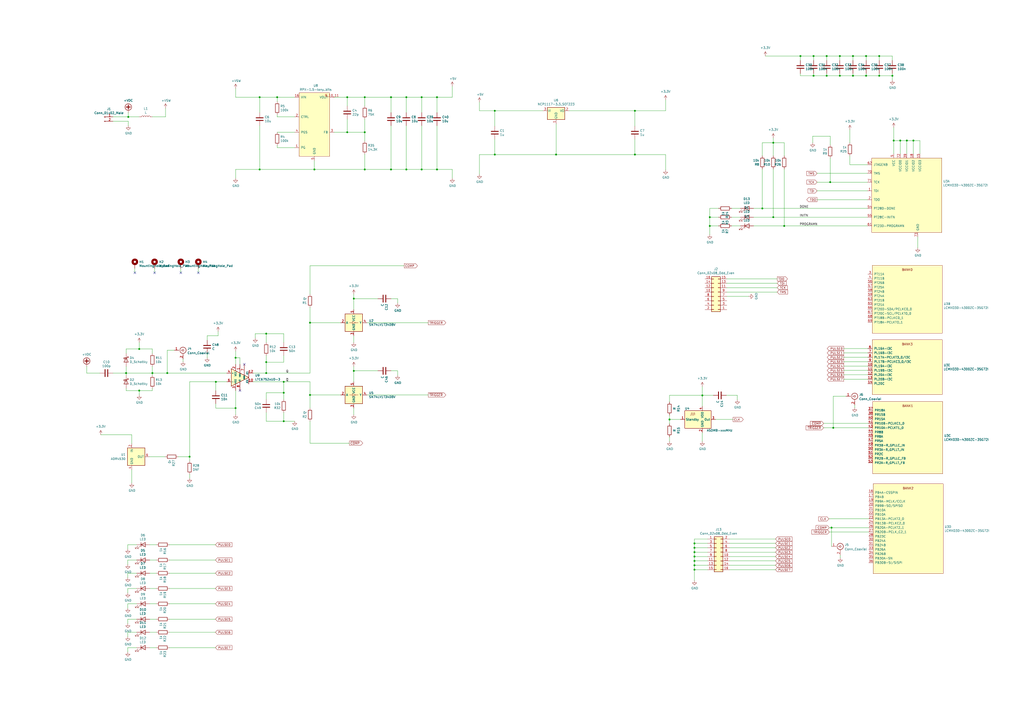
<source format=kicad_sch>
(kicad_sch (version 20211123) (generator eeschema)
  (paper "A2")
  (title_block (title "UFOControlDeck") (rev "V0.0.1") (company "University of Sussex"))
  (junction (at 160.782 56.388))
  (junction (at 483.362 248.158))
  (junction (at 182.372 98.298))
  (junction (at 522.224 81.534))
  (junction (at 368.3 64.262))
  (junction (at 154.432 210.058))
  (junction (at 494.792 32.512))
  (junction (at 464.312 32.512))
  (junction (at 402.844 322.834))
  (junction (at 80.772 226.568))
  (junction (at 482.346 306.07))
  (junction (at 411.734 125.984))
  (junction (at 164.592 244.348))
  (junction (at 164.592 227.838))
  (junction (at 226.822 56.388))
  (junction (at 80.772 202.438))
  (junction (at 253.492 98.298))
  (junction (at 402.844 330.454))
  (junction (at 471.932 43.942))
  (junction (at 136.652 236.728))
  (junction (at 201.422 76.708))
  (junction (at 487.172 32.512))
  (junction (at 481.584 105.664))
  (junction (at 502.412 43.942))
  (junction (at 454.914 131.064))
  (junction (at 479.552 43.942))
  (junction (at 74.422 67.818))
  (junction (at 402.844 325.374))
  (junction (at 244.602 98.298))
  (junction (at 150.622 98.298))
  (junction (at 287.02 64.262))
  (junction (at 517.652 43.942))
  (junction (at 201.422 56.388))
  (junction (at 154.432 193.548))
  (junction (at 402.844 327.914))
  (junction (at 529.844 81.534))
  (junction (at 402.844 315.214))
  (junction (at 136.652 207.518))
  (junction (at 487.172 43.942))
  (junction (at 479.552 32.512))
  (junction (at 253.492 56.388))
  (junction (at 471.932 32.512))
  (junction (at 109.982 264.922))
  (junction (at 411.734 131.064))
  (junction (at 442.214 120.904))
  (junction (at 205.232 215.138))
  (junction (at 125.222 221.488))
  (junction (at 179.832 229.108))
  (junction (at 244.602 56.388))
  (junction (at 368.3 89.662))
  (junction (at 510.032 43.942))
  (junction (at 97.028 216.408))
  (junction (at 73.152 216.408))
  (junction (at 235.712 98.298))
  (junction (at 154.432 216.408))
  (junction (at 179.832 187.198))
  (junction (at 402.844 320.294))
  (junction (at 518.414 81.534))
  (junction (at 150.622 56.388))
  (junction (at 211.582 76.708))
  (junction (at 88.392 216.408))
  (junction (at 211.582 98.298))
  (junction (at 388.366 243.332))
  (junction (at 235.712 56.388))
  (junction (at 494.792 43.942))
  (junction (at 510.032 32.512))
  (junction (at 287.02 89.662))
  (junction (at 322.58 89.662))
  (junction (at 226.822 98.298))
  (junction (at 526.034 81.534))
  (junction (at 448.564 125.984))
  (junction (at 402.844 317.754))
  (junction (at 502.412 32.512))
  (junction (at 205.232 173.228))
  (junction (at 211.582 56.388))
  (junction (at 407.416 229.362))
  (junction (at 164.592 221.488))
  (junction (at 448.564 82.804))
  (no_connect (at 78.232 158.242))
  (no_connect (at 139.192 226.568))
  (no_connect (at 141.732 211.328))
  (no_connect (at 104.902 158.242))
  (no_connect (at 89.662 158.242))
  (no_connect (at 115.062 158.242))
  (wire (pts (xy 88.392 217.678) (xy 88.392 216.408)))
  (wire (pts (xy 98.298 366.776) (xy 124.968 366.776)))
  (wire (pts (xy 517.652 43.942) (xy 517.652 46.482)))
  (wire (pts (xy 448.564 98.044) (xy 448.564 125.984)))
  (wire (pts (xy 211.582 56.388) (xy 226.822 56.388)))
  (wire (pts (xy 262.382 56.388) (xy 262.382 50.038)))
  (wire (pts (xy 74.422 67.818) (xy 74.422 65.278)))
  (wire (pts (xy 179.832 221.488) (xy 164.592 221.488)))
  (wire (pts (xy 154.432 193.548) (xy 164.592 193.548)))
  (wire (pts (xy 109.982 275.082) (xy 109.982 277.368)))
  (wire (pts (xy 526.034 89.154) (xy 526.034 81.534)))
  (wire (pts (xy 479.552 42.672) (xy 479.552 43.942)))
  (wire (pts (xy 464.312 42.672) (xy 464.312 43.942)))
  (wire (pts (xy 450.85 164.338) (xy 421.64 164.338)))
  (wire (pts (xy 154.432 193.548) (xy 148.082 193.548)))
  (wire (pts (xy 471.932 43.942) (xy 479.552 43.942)))
  (wire (pts (xy 473.964 105.664) (xy 481.584 105.664)))
  (wire (pts (xy 212.852 187.198) (xy 248.412 187.198)))
  (wire (pts (xy 139.192 211.328) (xy 139.192 207.518)))
  (wire (pts (xy 287.02 80.772) (xy 287.02 89.662)))
  (wire (pts (xy 73.152 216.408) (xy 73.152 212.598)))
  (wire (pts (xy 502.412 32.512) (xy 502.412 35.052)))
  (wire (pts (xy 437.134 125.984) (xy 448.564 125.984)))
  (wire (pts (xy 73.152 226.568) (xy 80.772 226.568)))
  (wire (pts (xy 473.964 100.584) (xy 503.174 100.584)))
  (wire (pts (xy 244.602 98.298) (xy 253.492 98.298)))
  (wire (pts (xy 96.012 62.738) (xy 96.012 67.818)))
  (wire (pts (xy 368.3 73.152) (xy 368.3 64.262)))
  (wire (pts (xy 136.652 203.708) (xy 136.652 207.518)))
  (wire (pts (xy 79.248 332.486) (xy 74.168 332.486)))
  (wire (pts (xy 244.602 72.898) (xy 244.602 98.298)))
  (wire (pts (xy 80.772 67.818) (xy 74.422 67.818)))
  (wire (pts (xy 278.13 89.662) (xy 278.13 101.092)))
  (wire (pts (xy 510.032 43.942) (xy 517.652 43.942)))
  (wire (pts (xy 57.912 216.408) (xy 50.292 216.408)))
  (wire (pts (xy 416.814 120.904) (xy 411.734 120.904)))
  (wire (pts (xy 88.392 226.568) (xy 88.392 225.298)))
  (wire (pts (xy 154.432 216.408) (xy 154.432 210.058)))
  (wire (pts (xy 429.514 120.904) (xy 424.434 120.904)))
  (wire (pts (xy 74.168 324.866) (xy 74.168 327.406)))
  (wire (pts (xy 388.366 253.492) (xy 388.366 256.032)))
  (wire (pts (xy 79.248 375.666) (xy 74.168 375.666)))
  (wire (pts (xy 182.372 93.218) (xy 182.372 98.298)))
  (wire (pts (xy 106.172 208.28) (xy 106.172 209.804)))
  (wire (pts (xy 442.214 82.804) (xy 448.564 82.804)))
  (wire (pts (xy 88.392 216.408) (xy 73.152 216.408)))
  (wire (pts (xy 503.428 204.724) (xy 489.458 204.724)))
  (wire (pts (xy 150.622 56.388) (xy 150.622 65.278)))
  (wire (pts (xy 154.432 210.058) (xy 164.592 210.058)))
  (wire (pts (xy 503.174 95.504) (xy 493.014 95.504)))
  (wire (pts (xy 278.13 89.662) (xy 287.02 89.662)))
  (wire (pts (xy 442.214 90.424) (xy 442.214 82.804)))
  (wire (pts (xy 80.772 226.568) (xy 88.392 226.568)))
  (wire (pts (xy 97.028 216.408) (xy 131.572 216.408)))
  (wire (pts (xy 510.032 32.512) (xy 517.652 32.512)))
  (wire (pts (xy 205.232 173.228) (xy 205.232 179.578)))
  (wire (pts (xy 423.164 315.214) (xy 449.834 315.214)))
  (wire (pts (xy 136.652 51.308) (xy 136.652 56.388)))
  (wire (pts (xy 454.914 131.064) (xy 503.174 131.064)))
  (wire (pts (xy 407.416 229.362) (xy 407.416 224.282)))
  (wire (pts (xy 253.492 72.898) (xy 253.492 98.298)))
  (wire (pts (xy 74.168 315.976) (xy 74.168 318.516)))
  (wire (pts (xy 473.964 115.824) (xy 503.174 115.824)))
  (wire (pts (xy 522.224 81.534) (xy 518.414 81.534)))
  (wire (pts (xy 518.414 81.534) (xy 518.414 89.154)))
  (wire (pts (xy 88.392 216.408) (xy 97.028 216.408)))
  (wire (pts (xy 80.772 198.628) (xy 80.772 202.438)))
  (wire (pts (xy 394.716 243.332) (xy 388.366 243.332)))
  (wire (pts (xy 201.422 76.708) (xy 211.582 76.708)))
  (wire (pts (xy 493.014 95.504) (xy 493.014 90.424)))
  (wire (pts (xy 78.232 155.702) (xy 78.232 158.242)))
  (wire (pts (xy 495.808 234.95) (xy 495.808 236.474)))
  (wire (pts (xy 533.654 89.154) (xy 533.654 81.534)))
  (wire (pts (xy 164.592 244.348) (xy 154.432 244.348)))
  (wire (pts (xy 494.792 42.672) (xy 494.792 43.942)))
  (wire (pts (xy 402.844 327.914) (xy 402.844 330.454)))
  (wire (pts (xy 386.08 98.552) (xy 386.08 89.662)))
  (wire (pts (xy 388.366 245.872) (xy 388.366 243.332)))
  (wire (pts (xy 471.424 78.994) (xy 471.424 82.804)))
  (wire (pts (xy 98.298 315.976) (xy 124.968 315.976)))
  (wire (pts (xy 79.248 350.266) (xy 74.168 350.266)))
  (wire (pts (xy 205.232 215.138) (xy 219.202 215.138)))
  (wire (pts (xy 442.214 98.044) (xy 442.214 120.904)))
  (wire (pts (xy 125.222 236.728) (xy 136.652 236.728)))
  (wire (pts (xy 503.428 212.344) (xy 489.458 212.344)))
  (wire (pts (xy 454.914 98.044) (xy 454.914 131.064)))
  (wire (pts (xy 479.552 32.512) (xy 487.172 32.512)))
  (wire (pts (xy 164.592 193.548) (xy 164.592 198.628)))
  (wire (pts (xy 89.662 155.702) (xy 89.662 158.242)))
  (wire (pts (xy 74.168 375.666) (xy 74.168 378.206)))
  (wire (pts (xy 487.172 43.942) (xy 494.792 43.942)))
  (wire (pts (xy 126.492 192.278) (xy 126.492 194.818)))
  (wire (pts (xy 103.378 264.922) (xy 109.982 264.922)))
  (wire (pts (xy 211.582 76.708) (xy 211.582 81.788)))
  (wire (pts (xy 65.532 70.358) (xy 74.422 70.358)))
  (wire (pts (xy 193.802 76.708) (xy 201.422 76.708)))
  (wire (pts (xy 388.366 243.332) (xy 388.366 240.792)))
  (wire (pts (xy 120.142 207.518) (xy 120.142 204.978)))
  (wire (pts (xy 201.422 61.468) (xy 201.422 56.388)))
  (wire (pts (xy 139.192 207.518) (xy 136.652 207.518)))
  (wire (pts (xy 226.822 173.228) (xy 230.632 173.228)))
  (wire (pts (xy 427.736 229.362) (xy 427.736 231.902)))
  (wire (pts (xy 411.734 120.904) (xy 411.734 125.984)))
  (wire (pts (xy 76.454 272.542) (xy 76.454 280.162)))
  (wire (pts (xy 503.428 207.264) (xy 489.458 207.264)))
  (wire (pts (xy 322.58 89.662) (xy 368.3 89.662)))
  (wire (pts (xy 423.164 330.454) (xy 449.834 330.454)))
  (wire (pts (xy 502.412 32.512) (xy 510.032 32.512)))
  (wire (pts (xy 386.08 64.262) (xy 386.08 57.912)))
  (wire (pts (xy 109.982 264.922) (xy 109.982 267.462)))
  (wire (pts (xy 518.414 73.914) (xy 518.414 81.534)))
  (wire (pts (xy 90.678 350.266) (xy 86.868 350.266)))
  (wire (pts (xy 150.622 72.898) (xy 150.622 98.298)))
  (wire (pts (xy 179.832 187.198) (xy 197.612 187.198)))
  (wire (pts (xy 205.232 198.628) (xy 205.232 194.818)))
  (wire (pts (xy 423.164 322.834) (xy 449.834 322.834)))
  (wire (pts (xy 179.832 187.198) (xy 179.832 178.308)))
  (wire (pts (xy 402.844 312.674) (xy 402.844 315.214)))
  (wire (pts (xy 235.712 72.898) (xy 235.712 98.298)))
  (wire (pts (xy 454.914 90.424) (xy 454.914 82.804)))
  (wire (pts (xy 211.582 56.388) (xy 211.582 61.468)))
  (wire (pts (xy 74.168 332.486) (xy 74.168 335.026)))
  (wire (pts (xy 120.142 194.818) (xy 126.492 194.818)))
  (wire (pts (xy 98.298 324.866) (xy 124.968 324.866)))
  (wire (pts (xy 205.232 212.598) (xy 205.232 215.138)))
  (wire (pts (xy 526.034 81.534) (xy 522.224 81.534)))
  (wire (pts (xy 481.584 84.074) (xy 481.584 78.994)))
  (wire (pts (xy 79.248 315.976) (xy 74.168 315.976)))
  (wire (pts (xy 226.822 56.388) (xy 235.712 56.388)))
  (wire (pts (xy 230.632 215.138) (xy 230.632 217.678)))
  (wire (pts (xy 481.584 105.664) (xy 503.174 105.664)))
  (wire (pts (xy 235.712 65.278) (xy 235.712 56.388)))
  (wire (pts (xy 160.782 56.388) (xy 170.942 56.388)))
  (wire (pts (xy 88.392 202.438) (xy 88.392 204.978)))
  (wire (pts (xy 481.076 306.07) (xy 482.346 306.07)))
  (wire (pts (xy 413.766 229.362) (xy 407.416 229.362)))
  (wire (pts (xy 481.076 308.61) (xy 503.936 308.61)))
  (wire (pts (xy 154.432 244.348) (xy 154.432 239.268)))
  (wire (pts (xy 226.822 65.278) (xy 226.822 56.388)))
  (wire (pts (xy 522.224 89.154) (xy 522.224 81.534)))
  (wire (pts (xy 193.802 56.388) (xy 201.422 56.388)))
  (wire (pts (xy 423.164 317.754) (xy 449.834 317.754)))
  (wire (pts (xy 388.366 233.172) (xy 388.366 229.362)))
  (wire (pts (xy 136.652 226.568) (xy 136.652 236.728)))
  (wire (pts (xy 179.832 187.198) (xy 179.832 216.408)))
  (wire (pts (xy 402.844 330.454) (xy 402.844 336.804)))
  (wire (pts (xy 529.844 89.154) (xy 529.844 81.534)))
  (wire (pts (xy 421.386 229.362) (xy 427.736 229.362)))
  (wire (pts (xy 415.036 243.332) (xy 425.196 243.332)))
  (wire (pts (xy 226.822 98.298) (xy 235.712 98.298)))
  (wire (pts (xy 262.382 103.378) (xy 262.382 98.298)))
  (wire (pts (xy 182.372 98.298) (xy 150.622 98.298)))
  (wire (pts (xy 278.13 59.182) (xy 278.13 64.262)))
  (wire (pts (xy 473.964 110.744) (xy 503.174 110.744)))
  (wire (pts (xy 170.942 67.818) (xy 160.782 67.818)))
  (wire (pts (xy 416.814 125.984) (xy 411.734 125.984)))
  (wire (pts (xy 160.782 58.928) (xy 160.782 56.388)))
  (wire (pts (xy 97.028 203.2) (xy 97.028 216.408)))
  (wire (pts (xy 410.464 315.214) (xy 402.844 315.214)))
  (wire (pts (xy 88.392 67.818) (xy 96.012 67.818)))
  (wire (pts (xy 410.464 320.294) (xy 402.844 320.294)))
  (wire (pts (xy 330.2 64.262) (xy 368.3 64.262)))
  (wire (pts (xy 154.432 231.648) (xy 154.432 227.838)))
  (wire (pts (xy 160.782 67.818) (xy 160.782 66.548)))
  (wire (pts (xy 235.712 98.298) (xy 244.602 98.298)))
  (wire (pts (xy 429.514 125.984) (xy 424.434 125.984)))
  (wire (pts (xy 115.062 155.702) (xy 115.062 158.242)))
  (wire (pts (xy 402.844 315.214) (xy 402.844 317.754)))
  (wire (pts (xy 74.168 350.266) (xy 74.168 352.806)))
  (wire (pts (xy 477.774 245.618) (xy 503.682 245.618)))
  (wire (pts (xy 437.134 131.064) (xy 454.914 131.064)))
  (wire (pts (xy 532.384 137.414) (xy 532.384 143.764)))
  (wire (pts (xy 368.3 64.262) (xy 386.08 64.262)))
  (wire (pts (xy 487.172 32.512) (xy 494.792 32.512)))
  (wire (pts (xy 423.164 327.914) (xy 449.834 327.914)))
  (wire (pts (xy 253.492 65.278) (xy 253.492 56.388)))
  (wire (pts (xy 125.222 226.568) (xy 125.222 221.488)))
  (wire (pts (xy 410.464 325.374) (xy 402.844 325.374)))
  (wire (pts (xy 287.02 64.262) (xy 314.96 64.262)))
  (wire (pts (xy 482.346 306.07) (xy 503.936 306.07)))
  (wire (pts (xy 201.422 69.088) (xy 201.422 76.708)))
  (wire (pts (xy 411.734 131.064) (xy 411.734 136.144)))
  (wire (pts (xy 154.432 210.058) (xy 154.432 206.248)))
  (wire (pts (xy 90.678 375.666) (xy 86.868 375.666)))
  (wire (pts (xy 493.014 82.804) (xy 493.014 75.184)))
  (wire (pts (xy 80.772 202.438) (xy 88.392 202.438)))
  (wire (pts (xy 98.298 341.376) (xy 124.968 341.376)))
  (wire (pts (xy 164.592 227.838) (xy 164.592 231.648)))
  (wire (pts (xy 164.592 221.488) (xy 146.812 221.488)))
  (wire (pts (xy 480.822 300.99) (xy 503.936 300.99)))
  (wire (pts (xy 368.3 80.772) (xy 368.3 89.662)))
  (wire (pts (xy 533.654 81.534) (xy 529.844 81.534)))
  (wire (pts (xy 154.432 198.628) (xy 154.432 193.548)))
  (wire (pts (xy 86.614 264.922) (xy 95.758 264.922)))
  (wire (pts (xy 423.164 320.294) (xy 449.834 320.294)))
  (wire (pts (xy 109.982 221.488) (xy 109.982 264.922)))
  (wire (pts (xy 90.678 359.156) (xy 86.868 359.156)))
  (wire (pts (xy 503.428 202.184) (xy 489.458 202.184)))
  (wire (pts (xy 197.612 229.108) (xy 179.832 229.108)))
  (wire (pts (xy 410.464 330.454) (xy 402.844 330.454)))
  (wire (pts (xy 448.564 82.804) (xy 448.564 90.424)))
  (wire (pts (xy 179.832 244.348) (xy 179.832 257.048)))
  (wire (pts (xy 179.832 216.408) (xy 154.432 216.408)))
  (wire (pts (xy 494.792 43.942) (xy 502.412 43.942)))
  (wire (pts (xy 489.458 217.424) (xy 503.428 217.424)))
  (wire (pts (xy 120.142 194.818) (xy 120.142 197.358)))
  (wire (pts (xy 164.592 239.268) (xy 164.592 244.348)))
  (wire (pts (xy 179.832 170.688) (xy 179.832 154.178)))
  (wire (pts (xy 494.792 32.512) (xy 502.412 32.512)))
  (wire (pts (xy 402.844 322.834) (xy 402.844 325.374)))
  (wire (pts (xy 448.564 125.984) (xy 503.174 125.984)))
  (wire (pts (xy 179.832 236.728) (xy 179.832 229.108)))
  (wire (pts (xy 464.312 43.942) (xy 471.932 43.942)))
  (wire (pts (xy 205.232 170.688) (xy 205.232 173.228)))
  (wire (pts (xy 503.428 214.884) (xy 489.458 214.884)))
  (wire (pts (xy 464.312 35.052) (xy 464.312 32.512)))
  (wire (pts (xy 182.372 98.298) (xy 211.582 98.298)))
  (wire (pts (xy 262.382 56.388) (xy 253.492 56.388)))
  (wire (pts (xy 437.134 120.904) (xy 442.214 120.904)))
  (wire (pts (xy 402.844 325.374) (xy 402.844 327.914)))
  (wire (pts (xy 50.292 216.408) (xy 50.292 212.598)))
  (wire (pts (xy 160.782 85.598) (xy 170.942 85.598)))
  (wire (pts (xy 416.814 131.064) (xy 411.734 131.064)))
  (wire (pts (xy 388.366 229.362) (xy 407.416 229.362)))
  (wire (pts (xy 80.772 226.568) (xy 80.772 229.108)))
  (wire (pts (xy 529.844 81.534) (xy 526.034 81.534)))
  (wire (pts (xy 73.152 204.978) (xy 73.152 202.438)))
  (wire (pts (xy 410.464 312.674) (xy 402.844 312.674)))
  (wire (pts (xy 287.02 73.152) (xy 287.02 64.262)))
  (wire (pts (xy 502.412 43.942) (xy 510.032 43.942)))
  (wire (pts (xy 179.832 229.108) (xy 179.832 221.488)))
  (wire (pts (xy 494.792 35.052) (xy 494.792 32.512)))
  (wire (pts (xy 368.3 89.662) (xy 386.08 89.662)))
  (wire (pts (xy 90.678 324.866) (xy 86.868 324.866)))
  (wire (pts (xy 86.868 341.376) (xy 90.678 341.376)))
  (wire (pts (xy 201.422 56.388) (xy 211.582 56.388)))
  (wire (pts (xy 464.312 32.512) (xy 471.932 32.512)))
  (wire (pts (xy 402.844 320.294) (xy 402.844 322.834)))
  (wire (pts (xy 211.582 98.298) (xy 226.822 98.298)))
  (wire (pts (xy 88.392 216.408) (xy 88.392 212.598)))
  (wire (pts (xy 164.592 227.838) (xy 164.592 221.488)))
  (wire (pts (xy 170.942 76.708) (xy 160.782 76.708)))
  (wire (pts (xy 226.822 72.898) (xy 226.822 98.298)))
  (wire (pts (xy 79.248 341.376) (xy 74.168 341.376)))
  (wire (pts (xy 510.032 32.512) (xy 510.032 35.052)))
  (wire (pts (xy 73.152 225.298) (xy 73.152 226.568)))
  (wire (pts (xy 160.782 84.328) (xy 160.782 85.598)))
  (wire (pts (xy 278.13 64.262) (xy 287.02 64.262)))
  (wire (pts (xy 148.082 193.548) (xy 148.082 196.088)))
  (wire (pts (xy 179.832 154.178) (xy 234.442 154.178)))
  (wire (pts (xy 90.678 315.976) (xy 86.868 315.976)))
  (wire (pts (xy 471.932 32.512) (xy 471.932 35.052)))
  (wire (pts (xy 517.652 43.942) (xy 517.652 42.672)))
  (wire (pts (xy 421.64 166.878) (xy 450.85 166.878)))
  (wire (pts (xy 205.232 173.228) (xy 219.202 173.228)))
  (wire (pts (xy 448.564 80.01) (xy 448.564 82.804)))
  (wire (pts (xy 73.152 202.438) (xy 80.772 202.438)))
  (wire (pts (xy 136.652 236.728) (xy 136.652 240.538)))
  (wire (pts (xy 76.454 252.222) (xy 76.454 257.302)))
  (wire (pts (xy 322.58 71.882) (xy 322.58 89.662)))
  (wire (pts (xy 86.868 366.776) (xy 90.678 366.776)))
  (wire (pts (xy 443.992 32.512) (xy 464.312 32.512)))
  (wire (pts (xy 407.416 256.032) (xy 407.416 250.952)))
  (wire (pts (xy 490.728 229.87) (xy 483.362 229.87)))
  (wire (pts (xy 79.248 359.156) (xy 74.168 359.156)))
  (wire (pts (xy 487.172 32.512) (xy 487.172 35.052)))
  (wire (pts (xy 487.426 322.072) (xy 487.426 323.596)))
  (wire (pts (xy 74.168 359.156) (xy 74.168 361.696)))
  (wire (pts (xy 125.222 236.728) (xy 125.222 234.188)))
  (wire (pts (xy 104.902 155.702) (xy 104.902 158.242)))
  (wire (pts (xy 230.632 173.228) (xy 230.632 175.768)))
  (wire (pts (xy 211.582 69.088) (xy 211.582 76.708)))
  (wire (pts (xy 90.678 332.486) (xy 86.868 332.486)))
  (wire (pts (xy 442.214 120.904) (xy 503.174 120.904)))
  (wire (pts (xy 212.852 229.108) (xy 248.412 229.108)))
  (wire (pts (xy 450.85 161.798) (xy 421.64 161.798)))
  (wire (pts (xy 74.422 70.358) (xy 74.422 72.898)))
  (wire (pts (xy 73.152 216.408) (xy 65.532 216.408)))
  (wire (pts (xy 76.454 252.222) (xy 58.42 252.222)))
  (wire (pts (xy 423.164 325.374) (xy 449.834 325.374)))
  (wire (pts (xy 226.822 215.138) (xy 230.632 215.138)))
  (wire (pts (xy 79.248 366.776) (xy 74.168 366.776)))
  (wire (pts (xy 205.232 240.538) (xy 205.232 236.728)))
  (wire (pts (xy 479.552 43.942) (xy 487.172 43.942)))
  (wire (pts (xy 448.564 82.804) (xy 454.914 82.804)))
  (wire (pts (xy 407.416 235.712) (xy 407.416 229.362)))
  (wire (pts (xy 154.432 216.408) (xy 146.812 216.408)))
  (wire (pts (xy 450.85 169.418) (xy 421.64 169.418)))
  (wire (pts (xy 471.932 32.512) (xy 479.552 32.512)))
  (wire (pts (xy 429.514 131.064) (xy 424.434 131.064)))
  (wire (pts (xy 74.168 341.376) (xy 74.168 343.916)))
  (wire (pts (xy 253.492 56.388) (xy 244.602 56.388)))
  (wire (pts (xy 483.362 248.158) (xy 503.682 248.158)))
  (wire (pts (xy 73.152 216.408) (xy 73.152 217.678)))
  (wire (pts (xy 98.298 359.156) (xy 124.968 359.156)))
  (wire (pts (xy 98.298 332.486) (xy 124.968 332.486)))
  (wire (pts (xy 502.412 42.672) (xy 502.412 43.942)))
  (wire (pts (xy 503.428 219.964) (xy 489.458 219.964)))
  (wire (pts (xy 410.464 322.834) (xy 402.844 322.834)))
  (wire (pts (xy 164.592 227.838) (xy 154.432 227.838)))
  (wire (pts (xy 131.572 221.488) (xy 125.222 221.488)))
  (wire (pts (xy 136.652 56.388) (xy 150.622 56.388)))
  (wire (pts (xy 136.652 98.298) (xy 150.622 98.298)))
  (wire (pts (xy 479.552 32.512) (xy 479.552 35.052)))
  (wire (pts (xy 471.932 42.672) (xy 471.932 43.942)))
  (wire (pts (xy 510.032 43.942) (xy 510.032 42.672)))
  (wire (pts (xy 211.582 89.408) (xy 211.582 98.298)))
  (wire (pts (xy 136.652 98.298) (xy 136.652 103.378)))
  (wire (pts (xy 477.774 248.158) (xy 483.362 248.158)))
  (wire (pts (xy 421.64 171.958) (xy 434.34 171.958)))
  (wire (pts (xy 482.346 306.07) (xy 482.346 316.992)))
  (wire (pts (xy 483.362 229.87) (xy 483.362 248.158)))
  (wire (pts (xy 109.982 221.488) (xy 125.222 221.488)))
  (wire (pts (xy 503.428 209.804) (xy 489.458 209.804)))
  (wire (pts (xy 235.712 56.388) (xy 244.602 56.388)))
  (wire (pts (xy 402.844 317.754) (xy 402.844 320.294)))
  (wire (pts (xy 74.168 366.776) (xy 74.168 369.316)))
  (wire (pts (xy 517.652 32.512) (xy 517.652 35.052)))
  (wire (pts (xy 244.602 65.278) (xy 244.602 56.388)))
  (wire (pts (xy 164.592 206.248) (xy 164.592 210.058)))
  (wire (pts (xy 481.584 78.994) (xy 471.424 78.994)))
  (wire (pts (xy 487.172 42.672) (xy 487.172 43.942)))
  (wire (pts (xy 287.02 89.662) (xy 322.58 89.662)))
  (wire (pts (xy 205.232 215.138) (xy 205.232 221.488)))
  (wire (pts (xy 423.164 312.674) (xy 449.834 312.674)))
  (wire (pts (xy 98.298 350.266) (xy 124.968 350.266)))
  (wire (pts (xy 65.532 67.818) (xy 74.422 67.818)))
  (wire (pts (xy 481.584 105.664) (xy 481.584 91.694)))
  (wire (pts (xy 164.592 244.348) (xy 170.942 244.348)))
  (wire (pts (xy 410.464 317.754) (xy 402.844 317.754)))
  (wire (pts (xy 79.248 324.866) (xy 74.168 324.866)))
  (wire (pts (xy 411.734 125.984) (xy 411.734 131.064)))
  (wire (pts (xy 101.092 203.2) (xy 97.028 203.2)))
  (wire (pts (xy 150.622 56.388) (xy 160.782 56.388)))
  (wire (pts (xy 179.832 257.048) (xy 202.692 257.048)))
  (wire (pts (xy 253.492 98.298) (xy 262.382 98.298)))
  (wire (pts (xy 136.652 207.518) (xy 136.652 211.328)))
  (wire (pts (xy 410.464 327.914) (xy 402.844 327.914)))
  (wire (pts (xy 98.298 375.666) (xy 124.968 375.666)))
  (label "INITN" (at 463.804 125.984 0))
  (label "PROGRAMN" (at 463.804 131.064 0))
  (label "Q" (at 165.862 216.408 0))
  (label "DONE" (at 463.804 120.904 0))
  (label "~{Q}" (at 165.862 221.488 0))
  (global_label "PULSE1" (shape output) (at 489.458 204.724 180) (property "Intersheet References" "${INTERSHEET_REFS}" (effects hide)))
  (global_label "PULSE3" (shape input) (at 449.834 320.294 0) (property "Intersheet References" "${INTERSHEET_REFS}" (effects hide)))
  (global_label "COMP" (shape output) (at 234.442 154.178 0) (property "Intersheet References" "${INTERSHEET_REFS}" (effects hide)))
  (global_label "PULSE6" (shape input) (at 449.834 327.914 0) (property "Intersheet References" "${INTERSHEET_REFS}" (effects hide)))
  (global_label "PULSE7" (shape input) (at 124.968 375.666 0) (property "Intersheet References" "${INTERSHEET_REFS}" (effects hide)))
  (global_label "~{TRIGGER}" (shape input) (at 477.774 248.158 180) (property "Intersheet References" "${INTERSHEET_REFS}" (effects hide)))
  (global_label "PULSE0" (shape input) (at 449.834 312.674 0) (property "Intersheet References" "${INTERSHEET_REFS}" (effects hide)))
  (global_label "PULSE5" (shape input) (at 449.834 325.374 0) (property "Intersheet References" "${INTERSHEET_REFS}" (effects hide)))
  (global_label "PULSE0" (shape input) (at 124.968 315.976 0) (property "Intersheet References" "${INTERSHEET_REFS}" (effects hide)))
  (global_label "PULSE1" (shape input) (at 449.834 315.214 0) (property "Intersheet References" "${INTERSHEET_REFS}" (effects hide)))
  (global_label "TDO" (shape output) (at 450.85 161.798 0) (property "Intersheet References" "${INTERSHEET_REFS}" (effects hide)))
  (global_label "PULSE2" (shape input) (at 449.834 317.754 0) (property "Intersheet References" "${INTERSHEET_REFS}" (effects hide)))
  (global_label "PULSE6" (shape input) (at 124.968 366.776 0) (property "Intersheet References" "${INTERSHEET_REFS}" (effects hide)))
  (global_label "PULSE0" (shape output) (at 489.458 202.184 180) (property "Intersheet References" "${INTERSHEET_REFS}" (effects hide)))
  (global_label "TMS" (shape input) (at 473.964 100.584 180) (property "Intersheet References" "${INTERSHEET_REFS}" (effects hide)))
  (global_label "PULSE4" (shape input) (at 449.834 322.834 0) (property "Intersheet References" "${INTERSHEET_REFS}" (effects hide)))
  (global_label "TCK" (shape input) (at 473.964 105.664 180) (property "Intersheet References" "${INTERSHEET_REFS}" (effects hide)))
  (global_label "PULSE2" (shape output) (at 489.458 207.264 180) (property "Intersheet References" "${INTERSHEET_REFS}" (effects hide)))
  (global_label "CLK" (shape input) (at 480.822 300.99 180) (property "Intersheet References" "${INTERSHEET_REFS}" (effects hide)))
  (global_label "PULSE7" (shape output) (at 489.458 219.964 180) (property "Intersheet References" "${INTERSHEET_REFS}" (effects hide)))
  (global_label "PULSE4" (shape input) (at 124.968 350.266 0) (property "Intersheet References" "${INTERSHEET_REFS}" (effects hide)))
  (global_label "PULSE5" (shape output) (at 489.458 214.884 180) (property "Intersheet References" "${INTERSHEET_REFS}" (effects hide)))
  (global_label "TDI" (shape input) (at 473.964 110.744 180) (property "Intersheet References" "${INTERSHEET_REFS}" (effects hide)))
  (global_label "COMP" (shape input) (at 481.076 306.07 180) (property "Intersheet References" "${INTERSHEET_REFS}" (effects hide)))
  (global_label "PULSE3" (shape input) (at 124.968 341.376 0) (property "Intersheet References" "${INTERSHEET_REFS}" (effects hide)))
  (global_label "PULSE6" (shape output) (at 489.458 217.424 180) (property "Intersheet References" "${INTERSHEET_REFS}" (effects hide)))
  (global_label "PULSE7" (shape input) (at 449.834 330.454 0) (property "Intersheet References" "${INTERSHEET_REFS}" (effects hide)))
  (global_label "TRIGGER" (shape output) (at 248.412 187.198 0) (property "Intersheet References" "${INTERSHEET_REFS}" (effects hide)))
  (global_label "PULSE1" (shape input) (at 124.968 324.866 0) (property "Intersheet References" "${INTERSHEET_REFS}" (effects hide)))
  (global_label "TCK" (shape input) (at 450.85 166.878 0) (property "Intersheet References" "${INTERSHEET_REFS}" (effects hide)))
  (global_label "TRIGGER" (shape input) (at 481.076 308.61 180) (property "Intersheet References" "${INTERSHEET_REFS}" (effects hide)))
  (global_label "TDO" (shape output) (at 473.964 115.824 180) (property "Intersheet References" "${INTERSHEET_REFS}" (effects hide)))
  (global_label "~{COMP}" (shape output) (at 202.692 257.048 0) (property "Intersheet References" "${INTERSHEET_REFS}" (effects hide)))
  (global_label "~{COMP}" (shape input) (at 477.774 245.618 180) (property "Intersheet References" "${INTERSHEET_REFS}" (effects hide)))
  (global_label "PULSE4" (shape output) (at 489.458 212.344 180) (property "Intersheet References" "${INTERSHEET_REFS}" (effects hide)))
  (global_label "PULSE2" (shape input) (at 124.968 332.486 0) (property "Intersheet References" "${INTERSHEET_REFS}" (effects hide)))
  (global_label "TDI" (shape input) (at 450.85 164.338 0) (property "Intersheet References" "${INTERSHEET_REFS}" (effects hide)))
  (global_label "~{TRIGGER}" (shape output) (at 248.412 229.108 0) (property "Intersheet References" "${INTERSHEET_REFS}" (effects hide)))
  (global_label "PULSE3" (shape output) (at 489.458 209.804 180) (property "Intersheet References" "${INTERSHEET_REFS}" (effects hide)))
  (global_label "TMS" (shape input) (at 450.85 169.418 0) (property "Intersheet References" "${INTERSHEET_REFS}" (effects hide)))
  (global_label "CLK" (shape output) (at 425.196 243.332 0) (property "Intersheet References" "${INTERSHEET_REFS}" (effects hide)))
  (global_label "PULSE5" (shape input) (at 124.968 359.156 0) (property "Intersheet References" "${INTERSHEET_REFS}" (effects hide)))
  (symbol (lib_id "Logic_LevelTranslator:SN74LV1T34DBV") (at 205.232 229.108 0) (unit 1)
    (property "Reference" "U5" (at 213.9696 227.9396 0) (effects (justify left)))
    (property "Value" "SN74LV1T34DBV" (at 213.9696 230.251 0) (effects (justify left)))
    (property "Footprint" "Package_TO_SOT_SMD:SOT-23-5" (effects hide))
    (property "Datasheet" "https://www.ti.com/lit/ds/symlink/sn74lv1t34.pdf" (effects hide))
  )
  (symbol (lib_id "Oscillator:ASDMB-xxxMHz") (at 404.876 243.332 0) (unit 1)
    (property "Reference" "U4" (at 397.256 236.982 0) (effects (justify left)))
    (property "Value" "ASDMB-xxxMHz" (at 409.956 249.682 0) (effects (justify left)))
    (property "Footprint" "Oscillator:Oscillator_SMD_Abracon_ASDMB-4Pin_2.5x2.0mm" (effects hide))
    (property "Datasheet" "https://abracon.com/Oscillators/ASDMB.pdf" (effects hide))
  )
  (symbol (lib_id "power:GND") (at 407.416 256.032 0) (unit 1)
    (property "Reference" "#PWR0124" (effects hide))
    (property "Value" "GND" (at 407.543 260.4262 0))
  )
  (symbol (lib_id "power:GND") (at 205.232 240.538 0) (unit 1)
    (property "Reference" "#PWR0129" (effects hide))
    (property "Value" "GND" (at 205.359 244.9322 0))
  )
  (symbol (lib_id "Device:R") (at 388.366 249.682 180) (unit 1)
    (property "Reference" "R15" (at 393.6238 249.682 90))
    (property "Value" "R" (at 391.3124 249.682 90))
    (property "Footprint" "Resistor_SMD:R_0603_1608Metric_Pad0.98x0.95mm_HandSolder" (effects hide))
  )
  (symbol (lib_id "Device:R") (at 388.366 236.982 180) (unit 1)
    (property "Reference" "R14" (at 393.6238 236.982 90))
    (property "Value" "R" (at 391.3124 236.982 90))
    (property "Footprint" "Resistor_SMD:R_0603_1608Metric_Pad0.98x0.95mm_HandSolder" (effects hide))
  )
  (symbol (lib_id "power:GND") (at 388.366 256.032 0) (unit 1)
    (property "Reference" "#PWR0126" (effects hide))
    (property "Value" "GND" (at 388.493 260.4262 0))
  )
  (symbol (lib_id "Device:C") (at 417.576 229.362 270) (unit 1)
    (property "Reference" "C14" (at 418.7444 232.283 0) (effects (justify left)))
    (property "Value" "C" (at 416.433 232.283 0) (effects (justify left)))
    (property "Footprint" "Capacitor_SMD:C_0603_1608Metric_Pad1.08x0.95mm_HandSolder" (effects hide))
  )
  (symbol (lib_id "power:GND") (at 427.736 231.902 0) (unit 1)
    (property "Reference" "#PWR0127" (effects hide))
    (property "Value" "GND" (at 427.863 236.2962 0))
  )
  (symbol (lib_id "Device:LED") (at 83.058 324.866 0) (unit 1)
    (property "Reference" "D5" (at 82.8802 319.3542 0))
    (property "Value" "LED" (at 82.8802 321.6656 0))
    (property "Footprint" "LED_SMD:LED_0603_1608Metric_Pad1.05x0.95mm_HandSolder" (effects hide))
  )
  (symbol (lib_id "Device:LED") (at 83.058 332.486 0) (unit 1)
    (property "Reference" "D7" (at 82.8802 326.9742 0))
    (property "Value" "LED" (at 82.8802 329.2856 0))
    (property "Footprint" "LED_SMD:LED_0603_1608Metric_Pad1.05x0.95mm_HandSolder" (effects hide))
  )
  (symbol (lib_id "Device:LED") (at 83.058 341.376 0) (unit 1)
    (property "Reference" "D8" (at 82.8802 335.8642 0))
    (property "Value" "LED" (at 82.8802 338.1756 0))
    (property "Footprint" "LED_SMD:LED_0603_1608Metric_Pad1.05x0.95mm_HandSolder" (effects hide))
  )
  (symbol (lib_id "Device:LED") (at 83.058 350.266 0) (unit 1)
    (property "Reference" "D9" (at 82.8802 344.7542 0))
    (property "Value" "LED" (at 82.8802 347.0656 0))
    (property "Footprint" "LED_SMD:LED_0603_1608Metric_Pad1.05x0.95mm_HandSolder" (effects hide))
  )
  (symbol (lib_id "Device:LED") (at 83.058 359.156 0) (unit 1)
    (property "Reference" "D10" (at 82.8802 353.6442 0))
    (property "Value" "LED" (at 82.8802 355.9556 0))
    (property "Footprint" "LED_SMD:LED_0603_1608Metric_Pad1.05x0.95mm_HandSolder" (effects hide))
  )
  (symbol (lib_id "Device:LED") (at 83.058 366.776 0) (unit 1)
    (property "Reference" "D11" (at 82.8802 361.2642 0))
    (property "Value" "LED" (at 82.8802 363.5756 0))
    (property "Footprint" "LED_SMD:LED_0603_1608Metric_Pad1.05x0.95mm_HandSolder" (effects hide))
  )
  (symbol (lib_id "Device:LED") (at 83.058 375.666 0) (unit 1)
    (property "Reference" "D12" (at 82.8802 370.1542 0))
    (property "Value" "LED" (at 82.8802 372.4656 0))
    (property "Footprint" "LED_SMD:LED_0603_1608Metric_Pad1.05x0.95mm_HandSolder" (effects hide))
  )
  (symbol (lib_id "Device:LED") (at 433.324 120.904 0) (unit 1)
    (property "Reference" "D13" (at 433.1462 115.3922 0))
    (property "Value" "LED" (at 433.1462 117.7036 0))
    (property "Footprint" "LED_SMD:LED_0603_1608Metric_Pad1.05x0.95mm_HandSolder" (effects hide))
  )
  (symbol (lib_id "Device:LED") (at 83.058 315.976 0) (unit 1)
    (property "Reference" "D6" (at 82.8802 310.4642 0))
    (property "Value" "LED" (at 82.8802 312.7756 0))
    (property "Footprint" "LED_SMD:LED_0603_1608Metric_Pad1.05x0.95mm_HandSolder" (effects hide))
  )
  (symbol (lib_id "Connector_Generic:Conn_02x08_Odd_Even") (at 415.544 320.294 0) (unit 1)
    (property "Reference" "J13" (at 416.814 307.1622 0))
    (property "Value" "Conn_02x08_Odd_Even" (at 416.814 309.4736 0))
    (property "Footprint" "Connector_PinHeader_1.27mm:PinHeader_2x08_P1.27mm_Vertical_SMD" (effects hide))
  )
  (symbol (lib_id "Device:R") (at 420.624 120.904 270) (unit 1)
    (property "Reference" "R24" (at 421.7924 122.682 0) (effects (justify left)))
    (property "Value" "1k" (at 419.481 122.682 0) (effects (justify left)))
    (property "Footprint" "Resistor_SMD:R_0603_1608Metric_Pad0.98x0.95mm_HandSolder" (effects hide))
  )
  (symbol (lib_id "power:GND") (at 136.652 103.378 0) (unit 1)
    (property "Reference" "#PWR0102" (effects hide))
    (property "Value" "GND" (at 136.779 107.7722 0))
  )
  (symbol (lib_id "Device:C") (at 120.142 201.168 0) (unit 1)
    (property "Reference" "C48" (at 123.063 199.9996 0) (effects (justify left)))
    (property "Value" "C" (at 123.063 202.311 0) (effects (justify left)))
    (property "Footprint" "Capacitor_SMD:C_0603_1608Metric_Pad1.08x0.95mm_HandSolder" (effects hide))
  )
  (symbol (lib_id "Device:R") (at 94.488 375.666 270) (unit 1)
    (property "Reference" "R23" (at 95.6564 377.444 0) (effects (justify left)))
    (property "Value" "1k" (at 93.345 377.444 0) (effects (justify left)))
    (property "Footprint" "Resistor_SMD:R_0603_1608Metric_Pad0.98x0.95mm_HandSolder" (effects hide))
  )
  (symbol (lib_id "Device:R") (at 94.488 366.776 270) (unit 1)
    (property "Reference" "R22" (at 95.6564 368.554 0) (effects (justify left)))
    (property "Value" "1k" (at 93.345 368.554 0) (effects (justify left)))
    (property "Footprint" "Resistor_SMD:R_0603_1608Metric_Pad0.98x0.95mm_HandSolder" (effects hide))
  )
  (symbol (lib_id "Device:R") (at 94.488 359.156 270) (unit 1)
    (property "Reference" "R21" (at 95.6564 360.934 0) (effects (justify left)))
    (property "Value" "1k" (at 93.345 360.934 0) (effects (justify left)))
    (property "Footprint" "Resistor_SMD:R_0603_1608Metric_Pad0.98x0.95mm_HandSolder" (effects hide))
  )
  (symbol (lib_id "Device:R") (at 94.488 350.266 270) (unit 1)
    (property "Reference" "R20" (at 95.6564 352.044 0) (effects (justify left)))
    (property "Value" "1k" (at 93.345 352.044 0) (effects (justify left)))
    (property "Footprint" "Resistor_SMD:R_0603_1608Metric_Pad0.98x0.95mm_HandSolder" (effects hide))
  )
  (symbol (lib_id "Device:R") (at 94.488 341.376 270) (unit 1)
    (property "Reference" "R19" (at 95.6564 343.154 0) (effects (justify left)))
    (property "Value" "1k" (at 93.345 343.154 0) (effects (justify left)))
    (property "Footprint" "Resistor_SMD:R_0603_1608Metric_Pad0.98x0.95mm_HandSolder" (effects hide))
  )
  (symbol (lib_id "Device:R") (at 94.488 332.486 270) (unit 1)
    (property "Reference" "R18" (at 95.6564 334.264 0) (effects (justify left)))
    (property "Value" "1k" (at 93.345 334.264 0) (effects (justify left)))
    (property "Footprint" "Resistor_SMD:R_0603_1608Metric_Pad0.98x0.95mm_HandSolder" (effects hide))
  )
  (symbol (lib_id "Device:R") (at 94.488 324.866 270) (unit 1)
    (property "Reference" "R17" (at 95.6564 326.644 0) (effects (justify left)))
    (property "Value" "1k" (at 93.345 326.644 0) (effects (justify left)))
    (property "Footprint" "Resistor_SMD:R_0603_1608Metric_Pad0.98x0.95mm_HandSolder" (effects hide))
  )
  (symbol (lib_id "Device:R") (at 94.488 315.976 270) (unit 1)
    (property "Reference" "R16" (at 95.6564 317.754 0) (effects (justify left)))
    (property "Value" "1k" (at 93.345 317.754 0) (effects (justify left)))
    (property "Footprint" "Resistor_SMD:R_0603_1608Metric_Pad0.98x0.95mm_HandSolder" (effects hide))
  )
  (symbol (lib_id "power:GND") (at 120.142 207.518 0) (unit 1)
    (property "Reference" "#PWR0156" (effects hide))
    (property "Value" "GND" (at 120.269 211.9122 0))
  )
  (symbol (lib_id "Device:C") (at 150.622 69.088 0) (unit 1)
    (property "Reference" "C6" (at 153.543 67.9196 0) (effects (justify left)))
    (property "Value" "10u" (at 153.543 70.231 0) (effects (justify left)))
    (property "Footprint" "Capacitor_SMD:C_0603_1608Metric_Pad1.08x0.95mm_HandSolder" (effects hide))
  )
  (symbol (lib_id "power:GND") (at 74.168 327.406 0) (unit 1)
    (property "Reference" "#PWR0137" (effects hide))
    (property "Value" "GND" (at 74.295 331.8002 0))
  )
  (symbol (lib_id "power:GND") (at 136.652 240.538 0) (unit 1)
    (property "Reference" "#PWR0118" (effects hide))
    (property "Value" "GND" (at 136.779 244.9322 0))
  )
  (symbol (lib_id "power:GND") (at 74.168 318.516 0) (unit 1)
    (property "Reference" "#PWR0138" (effects hide))
    (property "Value" "GND" (at 74.295 322.9102 0))
  )
  (symbol (lib_id "power:GND") (at 74.168 335.026 0) (unit 1)
    (property "Reference" "#PWR0139" (effects hide))
    (property "Value" "GND" (at 74.295 339.4202 0))
  )
  (symbol (lib_id "Device:R") (at 88.392 208.788 0) (unit 1)
    (property "Reference" "R11" (at 90.17 207.6196 0) (effects (justify left)))
    (property "Value" "10k" (at 90.17 209.931 0) (effects (justify left)))
    (property "Footprint" "Resistor_SMD:R_0603_1608Metric_Pad0.98x0.95mm_HandSolder" (effects hide))
  )
  (symbol (lib_id "Device:D_Schottky") (at 73.152 208.788 270) (unit 1)
    (property "Reference" "D4" (at 75.184 207.6196 90) (effects (justify left)))
    (property "Value" "D_Schottky" (at 75.184 209.931 90) (effects (justify left)))
    (property "Footprint" "Diode_SMD:D_0603_1608Metric_Pad1.05x0.95mm_HandSolder" (effects hide))
  )
  (symbol (lib_id "power:GND") (at 74.168 343.916 0) (unit 1)
    (property "Reference" "#PWR0140" (effects hide))
    (property "Value" "GND" (at 74.295 348.3102 0))
  )
  (symbol (lib_id "power:GND") (at 74.168 352.806 0) (unit 1)
    (property "Reference" "#PWR0141" (effects hide))
    (property "Value" "GND" (at 74.295 357.2002 0))
  )
  (symbol (lib_id "power:GND") (at 74.168 361.696 0) (unit 1)
    (property "Reference" "#PWR0142" (effects hide))
    (property "Value" "GND" (at 74.295 366.0902 0))
  )
  (symbol (lib_id "power:GND") (at 74.168 369.316 0) (unit 1)
    (property "Reference" "#PWR0143" (effects hide))
    (property "Value" "GND" (at 74.295 373.7102 0))
  )
  (symbol (lib_id "power:GND") (at 74.168 378.206 0) (unit 1)
    (property "Reference" "#PWR0144" (effects hide))
    (property "Value" "GND" (at 74.295 382.6002 0))
  )
  (symbol (lib_id "Device:C") (at 125.222 230.378 0) (unit 1)
    (property "Reference" "C11" (at 128.143 229.2096 0) (effects (justify left)))
    (property "Value" "10n" (at 128.143 231.521 0) (effects (justify left)))
    (property "Footprint" "Capacitor_SMD:C_0603_1608Metric_Pad1.08x0.95mm_HandSolder" (effects hide))
  )
  (symbol (lib_id "Device:R") (at 154.432 202.438 0) (unit 1)
    (property "Reference" "R12" (at 156.21 201.2696 0) (effects (justify left)))
    (property "Value" "10k" (at 156.21 203.581 0) (effects (justify left)))
    (property "Footprint" "Resistor_SMD:R_0603_1608Metric_Pad0.98x0.95mm_HandSolder" (effects hide))
  )
  (symbol (lib_id "Device:C") (at 164.592 202.438 0) (unit 1)
    (property "Reference" "C13" (at 167.513 201.2696 0) (effects (justify left)))
    (property "Value" "50n" (at 167.513 203.581 0) (effects (justify left)))
    (property "Footprint" "Capacitor_SMD:C_0603_1608Metric_Pad1.08x0.95mm_HandSolder" (effects hide))
  )
  (symbol (lib_id "power:GND") (at 148.082 196.088 0) (unit 1)
    (property "Reference" "#PWR0122" (effects hide))
    (property "Value" "GND" (at 148.209 200.4822 0))
  )
  (symbol (lib_id "Device:C") (at 61.722 216.408 270) (unit 1)
    (property "Reference" "C10" (at 61.722 210.0072 90))
    (property "Value" "100p" (at 61.722 212.3186 90))
    (property "Footprint" "Capacitor_SMD:C_0603_1608Metric_Pad1.08x0.95mm_HandSolder" (effects hide))
  )
  (symbol (lib_id "Device:C") (at 226.822 69.088 0) (unit 1)
    (property "Reference" "C9" (at 229.743 67.9196 0) (effects (justify left)))
    (property "Value" "10u" (at 229.743 70.231 0) (effects (justify left)))
    (property "Footprint" "Capacitor_SMD:C_0603_1608Metric_Pad1.08x0.95mm_HandSolder" (effects hide))
  )
  (symbol (lib_id "power:+VDC") (at 50.292 212.598 0) (unit 1)
    (property "Reference" "#PWR0123" (effects hide))
    (property "Value" "+VDC" (at 50.292 205.613 0))
  )
  (symbol (lib_id "Device:R") (at 160.782 62.738 0) (unit 1)
    (property "Reference" "R5" (at 162.56 61.5696 0) (effects (justify left)))
    (property "Value" "100k" (at 162.56 63.881 0) (effects (justify left)))
    (property "Footprint" "Resistor_SMD:R_0603_1608Metric_Pad0.98x0.95mm_HandSolder" (effects hide))
  )
  (symbol (lib_id "Device:R") (at 211.582 65.278 0) (unit 1)
    (property "Reference" "R6" (at 213.36 64.1096 0) (effects (justify left)))
    (property "Value" "75K" (at 213.36 66.421 0) (effects (justify left)))
    (property "Footprint" "Resistor_SMD:R_0603_1608Metric_Pad0.98x0.95mm_HandSolder" (effects hide))
  )
  (symbol (lib_id "Connector:Conn_01x02_Male") (at 60.452 67.818 0) (unit 1)
    (property "Reference" "J1" (at 63.1952 63.2206 0))
    (property "Value" "Conn_01x02_Male" (at 63.1952 65.532 0))
    (property "Footprint" "Connector_PinHeader_2.54mm:PinHeader_1x02_P2.54mm_Vertical" (effects hide))
  )
  (symbol (lib_id "power:GND") (at 262.382 103.378 0) (unit 1)
    (property "Reference" "#PWR0103" (effects hide))
    (property "Value" "GND" (at 262.509 107.7722 0))
  )
  (symbol (lib_id "power:+VDC") (at 74.422 65.278 0) (unit 1)
    (property "Reference" "#PWR0146" (effects hide))
    (property "Value" "+VDC" (at 74.422 58.293 0))
  )
  (symbol (lib_id "power:GND") (at 74.422 72.898 0) (unit 1)
    (property "Reference" "#PWR0147" (effects hide))
    (property "Value" "GND" (at 74.549 77.2922 0))
  )
  (symbol (lib_id "power:+5V") (at 262.382 50.038 0) (unit 1)
    (property "Reference" "#PWR0104" (effects hide))
    (property "Value" "+5V" (at 262.763 45.6438 0))
  )
  (symbol (lib_id "Device:C") (at 223.012 215.138 270) (unit 1)
    (property "Reference" "C46" (at 224.1804 218.059 0) (effects (justify left)))
    (property "Value" "C" (at 221.869 218.059 0) (effects (justify left)))
    (property "Footprint" "Capacitor_SMD:C_0603_1608Metric_Pad1.08x0.95mm_HandSolder" (effects hide))
  )
  (symbol (lib_id "power:GND") (at 278.13 101.092 0) (unit 1)
    (property "Reference" "#PWR0106" (effects hide))
    (property "Value" "GND" (at 278.257 105.4862 0))
  )
  (symbol (lib_id "Device:C") (at 287.02 76.962 0) (unit 1)
    (property "Reference" "C1" (at 289.941 75.7936 0) (effects (justify left)))
    (property "Value" "1u" (at 289.941 78.105 0) (effects (justify left)))
    (property "Footprint" "Capacitor_SMD:C_0603_1608Metric_Pad1.08x0.95mm_HandSolder" (effects hide))
  )
  (symbol (lib_id "Device:C") (at 368.3 76.962 0) (unit 1)
    (property "Reference" "C7" (at 371.221 75.7936 0) (effects (justify left)))
    (property "Value" "1u" (at 371.221 78.105 0) (effects (justify left)))
    (property "Footprint" "Capacitor_SMD:C_0603_1608Metric_Pad1.08x0.95mm_HandSolder" (effects hide))
  )
  (symbol (lib_id "power:GND") (at 386.08 98.552 0) (unit 1)
    (property "Reference" "#PWR0107" (effects hide))
    (property "Value" "GND" (at 386.207 102.9462 0))
  )
  (symbol (lib_id "Device:C") (at 464.312 38.862 0) (unit 1)
    (property "Reference" "C30" (at 467.233 37.6936 0) (effects (justify left)))
    (property "Value" "100n" (at 467.233 40.005 0) (effects (justify left)))
    (property "Footprint" "Capacitor_SMD:C_0603_1608Metric_Pad1.08x0.95mm_HandSolder" (effects hide))
  )
  (symbol (lib_id "Device:C") (at 471.932 38.862 0) (unit 1)
    (property "Reference" "C31" (at 474.853 37.6936 0) (effects (justify left)))
    (property "Value" "100n" (at 474.853 40.005 0) (effects (justify left)))
    (property "Footprint" "Capacitor_SMD:C_0603_1608Metric_Pad1.08x0.95mm_HandSolder" (effects hide))
  )
  (symbol (lib_id "Device:C") (at 479.552 38.862 0) (unit 1)
    (property "Reference" "C32" (at 482.473 37.6936 0) (effects (justify left)))
    (property "Value" "100n" (at 482.473 40.005 0) (effects (justify left)))
    (property "Footprint" "Capacitor_SMD:C_0603_1608Metric_Pad1.08x0.95mm_HandSolder" (effects hide))
  )
  (symbol (lib_id "Device:C") (at 487.172 38.862 0) (unit 1)
    (property "Reference" "C33" (at 490.093 37.6936 0) (effects (justify left)))
    (property "Value" "100n" (at 490.093 40.005 0) (effects (justify left)))
    (property "Footprint" "Capacitor_SMD:C_0603_1608Metric_Pad1.08x0.95mm_HandSolder" (effects hide))
  )
  (symbol (lib_id "Device:C") (at 494.792 38.862 0) (unit 1)
    (property "Reference" "C34" (at 497.713 37.6936 0) (effects (justify left)))
    (property "Value" "100n" (at 497.713 40.005 0) (effects (justify left)))
    (property "Footprint" "Capacitor_SMD:C_0603_1608Metric_Pad1.08x0.95mm_HandSolder" (effects hide))
  )
  (symbol (lib_id "Device:C") (at 502.412 38.862 0) (unit 1)
    (property "Reference" "C35" (at 505.333 37.6936 0) (effects (justify left)))
    (property "Value" "100n" (at 505.333 40.005 0) (effects (justify left)))
    (property "Footprint" "Capacitor_SMD:C_0603_1608Metric_Pad1.08x0.95mm_HandSolder" (effects hide))
  )
  (symbol (lib_id "Device:C") (at 510.032 38.862 0) (unit 1)
    (property "Reference" "C37" (at 512.953 37.6936 0) (effects (justify left)))
    (property "Value" "100n" (at 512.953 40.005 0) (effects (justify left)))
    (property "Footprint" "Capacitor_SMD:C_0603_1608Metric_Pad1.08x0.95mm_HandSolder" (effects hide))
  )
  (symbol (lib_id "Device:C") (at 517.652 38.862 0) (unit 1)
    (property "Reference" "C38" (at 520.573 37.6936 0) (effects (justify left)))
    (property "Value" "100n" (at 520.573 40.005 0) (effects (justify left)))
    (property "Footprint" "Capacitor_SMD:C_0603_1608Metric_Pad1.08x0.95mm_HandSolder" (effects hide))
  )
  (symbol (lib_id "power:GND") (at 230.632 217.678 0) (unit 1)
    (property "Reference" "#PWR0116" (effects hide))
    (property "Value" "GND" (at 230.759 222.0722 0))
  )
  (symbol (lib_id "power:GND") (at 517.652 46.482 0) (unit 1)
    (property "Reference" "#PWR0148" (effects hide))
    (property "Value" "GND" (at 517.779 50.8762 0))
  )
  (symbol (lib_id "Device:L") (at 84.582 67.818 90) (unit 1)
    (property "Reference" "L1" (at 84.582 62.992 90))
    (property "Value" "L" (at 84.582 65.3034 90))
    (property "Footprint" "Inductor_SMD:L_Taiyo-Yuden_NR-40xx" (effects hide))
  )
  (symbol (lib_id "power:+VSW") (at 96.012 62.738 0) (unit 1)
    (property "Reference" "#PWR0101" (effects hide))
    (property "Value" "+VSW" (at 96.393 58.3438 0))
  )
  (symbol (lib_id "power:+VSW") (at 136.652 51.308 0) (unit 1)
    (property "Reference" "#PWR0105" (effects hide))
    (property "Value" "+VSW" (at 137.033 46.9138 0))
  )
  (symbol (lib_id "power:GND") (at 402.844 336.804 0) (unit 1)
    (property "Reference" "#PWR0154" (effects hide))
    (property "Value" "GND" (at 402.971 341.1982 0))
  )
  (symbol (lib_id "Comparator:LTC6752xUD-3") (at 139.192 218.948 0) (unit 1)
    (property "Reference" "U9" (at 147.9296 217.7796 0) (effects (justify left)))
    (property "Value" "LTC6752xUD-3" (at 147.9296 220.091 0) (effects (justify left)))
    (property "Footprint" "Package_DFN_QFN:QFN-12-1EP_3x3mm_P0.5mm_EP1.65x1.65mm" (effects hide))
    (property "Datasheet" "https://www.analog.com/media/en/technical-documentation/data-sheets/6752fc.pdf" (effects hide))
  )
  (symbol (lib_id "Mechanical:MountingHole_Pad") (at 78.232 153.162 0) (unit 1)
    (property "Reference" "H1" (at 80.772 151.9174 0) (effects (justify left)))
    (property "Value" "MountingHole_Pad" (at 80.772 154.2288 0) (effects (justify left)))
    (property "Footprint" "MountingHole:MountingHole_4.3mm_M4_DIN965_Pad" (effects hide))
  )
  (symbol (lib_id "Mechanical:MountingHole_Pad") (at 89.662 153.162 0) (unit 1)
    (property "Reference" "H2" (at 92.202 151.9174 0) (effects (justify left)))
    (property "Value" "MountingHole_Pad" (at 92.202 154.2288 0) (effects (justify left)))
    (property "Footprint" "MountingHole:MountingHole_4.3mm_M4_DIN965_Pad" (effects hide))
  )
  (symbol (lib_id "Mechanical:MountingHole_Pad") (at 104.902 153.162 0) (unit 1)
    (property "Reference" "H3" (at 107.442 151.9174 0) (effects (justify left)))
    (property "Value" "MountingHole_Pad" (at 107.442 154.2288 0) (effects (justify left)))
    (property "Footprint" "MountingHole:MountingHole_4.3mm_M4_DIN965_Pad" (effects hide))
  )
  (symbol (lib_id "Mechanical:MountingHole_Pad") (at 115.062 153.162 0) (unit 1)
    (property "Reference" "H4" (at 117.602 151.9174 0) (effects (justify left)))
    (property "Value" "MountingHole_Pad" (at 117.602 154.2288 0) (effects (justify left)))
    (property "Footprint" "MountingHole:MountingHole_4.3mm_M4_DIN965_Pad" (effects hide))
  )
  (symbol (lib_id "Regulator_Linear:NCP1117-3.3_SOT223") (at 322.58 64.262 0) (unit 1)
    (property "Reference" "U6" (at 322.58 58.1152 0))
    (property "Value" "NCP1117-3.3_SOT223" (at 322.58 60.4266 0))
    (property "Footprint" "Package_TO_SOT_SMD:SOT-223-3_TabPin2" (effects hide))
    (property "Datasheet" "http://www.onsemi.com/pub_link/Collateral/NCP1117-D.PDF" (effects hide))
  )
  (symbol (lib_id "UFOControlDeck-rescue:LCMXO3D-4300ZC-3SG72I-MachXO3D") (at 526.034 104.394 0) (unit 1)
    (property "Reference" "U3" (at 547.0652 105.1306 0) (effects (justify left)))
    (property "Value" "LCMXO3D-4300ZC-3SG72I" (at 547.0652 107.442 0) (effects (justify left)))
    (property "Footprint" "Package_DFN_QFN:QFN-72-1EP_10x10mm_P0.5mm_EP6x6mm_ThermalVias" (effects hide))
  )
  (symbol (lib_id "UFOControlDeck-rescue:LCMXO3D-4300ZC-3SG72I-MachXO3D") (at 526.288 166.624 0) (unit 2)
    (property "Reference" "U3" (at 547.3192 176.2506 0) (effects (justify left)))
    (property "Value" "LCMXO3D-4300ZC-3SG72I" (at 547.3192 178.562 0) (effects (justify left)))
    (property "Footprint" "Package_DFN_QFN:QFN-72-1EP_10x10mm_P0.5mm_EP6x6mm_ThermalVias" (effects hide))
  )
  (symbol (lib_id "UFOControlDeck-rescue:LCMXO3D-4300ZC-3SG72I-MachXO3D") (at 526.542 245.618 0) (unit 3)
    (property "Reference" "U3" (at 547.5732 252.7046 0) (effects (justify left)))
    (property "Value" "LCMXO3D-4300ZC-3SG72I" (at 547.5732 255.016 0) (effects (justify left)))
    (property "Footprint" "Package_DFN_QFN:QFN-72-1EP_10x10mm_P0.5mm_EP6x6mm_ThermalVias" (effects hide))
  )
  (symbol (lib_id "UFOControlDeck-rescue:LCMXO3D-4300ZC-3SG72I-MachXO3D") (at 526.796 293.37 0) (unit 4)
    (property "Reference" "U3" (at 547.8272 305.5366 0) (effects (justify left)))
    (property "Value" "LCMXO3D-4300ZC-3SG72I" (at 547.8272 307.848 0) (effects (justify left)))
    (property "Footprint" "Package_DFN_QFN:QFN-72-1EP_10x10mm_P0.5mm_EP6x6mm_ThermalVias" (effects hide))
  )
  (symbol (lib_id "UFOControlDeck-rescue:LCMXO3D-4300ZC-3SG72I-MachXO3D") (at 526.288 209.804 0) (unit 5)
    (property "Reference" "U3" (at 547.3192 211.8106 0) (effects (justify left)))
    (property "Value" "LCMXO3D-4300ZC-3SG72I" (at 547.3192 214.122 0) (effects (justify left)))
    (property "Footprint" "Package_DFN_QFN:QFN-72-1EP_10x10mm_P0.5mm_EP6x6mm_ThermalVias" (effects hide))
  )
  (symbol (lib_id "UFOControlDeck-rescue:RPX-1.5-tony_bits") (at 182.372 58.928 0) (unit 1)
    (property "Reference" "U8" (at 183.134 49.657 0))
    (property "Value" "RPX-1.5-tony_bits" (at 183.134 51.9684 0))
    (property "Footprint" "Recom:CONV_RPX-1.5-R" (effects hide))
  )
  (symbol (lib_id "Logic_LevelTranslator:SN74LV1T34DBV") (at 205.232 187.198 0) (unit 1)
    (property "Reference" "U2" (at 213.9696 186.0296 0) (effects (justify left)))
    (property "Value" "SN74LV1T34DBV" (at 213.9696 188.341 0) (effects (justify left)))
    (property "Footprint" "Package_TO_SOT_SMD:SOT-23-5" (effects hide))
    (property "Datasheet" "https://www.ti.com/lit/ds/symlink/sn74lv1t34.pdf" (effects hide))
  )
  (symbol (lib_id "power:GND") (at 205.232 198.628 0) (unit 1)
    (property "Reference" "#PWR0120" (effects hide))
    (property "Value" "GND" (at 205.359 203.0222 0))
  )
  (symbol (lib_id "Device:C") (at 223.012 173.228 270) (unit 1)
    (property "Reference" "C12" (at 224.1804 176.149 0) (effects (justify left)))
    (property "Value" "C" (at 221.869 176.149 0) (effects (justify left)))
    (property "Footprint" "Capacitor_SMD:C_0603_1608Metric_Pad1.08x0.95mm_HandSolder" (effects hide))
  )
  (symbol (lib_id "power:GND") (at 230.632 175.768 0) (unit 1)
    (property "Reference" "#PWR0166" (effects hide))
    (property "Value" "GND" (at 230.759 180.1622 0))
  )
  (symbol (lib_id "Device:LED") (at 433.324 125.984 0) (unit 1)
    (property "Reference" "D1" (at 433.1462 120.4722 0))
    (property "Value" "LED" (at 433.1462 122.7836 0))
    (property "Footprint" "LED_SMD:LED_0603_1608Metric_Pad1.05x0.95mm_HandSolder" (effects hide))
  )
  (symbol (lib_id "Device:R") (at 420.624 125.984 270) (unit 1)
    (property "Reference" "R3" (at 421.7924 127.762 0) (effects (justify left)))
    (property "Value" "1k" (at 419.481 127.762 0) (effects (justify left)))
    (property "Footprint" "Resistor_SMD:R_0603_1608Metric_Pad0.98x0.95mm_HandSolder" (effects hide))
  )
  (symbol (lib_id "power:GND") (at 411.734 136.144 0) (unit 1)
    (property "Reference" "#PWR0110" (effects hide))
    (property "Value" "GND" (at 411.861 140.5382 0))
  )
  (symbol (lib_id "Device:LED") (at 433.324 131.064 0) (unit 1)
    (property "Reference" "D3" (at 433.1462 125.5522 0))
    (property "Value" "LED" (at 433.1462 127.8636 0))
    (property "Footprint" "LED_SMD:LED_0603_1608Metric_Pad1.05x0.95mm_HandSolder" (effects hide))
  )
  (symbol (lib_id "Device:R") (at 420.624 131.064 270) (unit 1)
    (property "Reference" "R7" (at 421.7924 132.842 0) (effects (justify left)))
    (property "Value" "1k" (at 419.481 132.842 0) (effects (justify left)))
    (property "Footprint" "Resistor_SMD:R_0603_1608Metric_Pad0.98x0.95mm_HandSolder" (effects hide))
  )
  (symbol (lib_id "Device:R") (at 493.014 86.614 180) (unit 1)
    (property "Reference" "R25" (at 491.236 87.7824 0) (effects (justify left)))
    (property "Value" "1k" (at 491.236 85.471 0) (effects (justify left)))
    (property "Footprint" "Resistor_SMD:R_0603_1608Metric_Pad0.98x0.95mm_HandSolder" (effects hide))
  )
  (symbol (lib_id "Device:R") (at 442.214 94.234 180) (unit 1)
    (property "Reference" "R8" (at 440.436 95.4024 0) (effects (justify left)))
    (property "Value" "10k" (at 440.436 93.091 0) (effects (justify left)))
    (property "Footprint" "Resistor_SMD:R_0603_1608Metric_Pad0.98x0.95mm_HandSolder" (effects hide))
  )
  (symbol (lib_id "Device:R") (at 448.564 94.234 180) (unit 1)
    (property "Reference" "R10" (at 446.786 95.4024 0) (effects (justify left)))
    (property "Value" "10k" (at 446.786 93.091 0) (effects (justify left)))
    (property "Footprint" "Resistor_SMD:R_0603_1608Metric_Pad0.98x0.95mm_HandSolder" (effects hide))
  )
  (symbol (lib_id "Device:R") (at 454.914 94.234 180) (unit 1)
    (property "Reference" "R26" (at 453.136 95.4024 0) (effects (justify left)))
    (property "Value" "10k" (at 453.136 93.091 0) (effects (justify left)))
    (property "Footprint" "Resistor_SMD:R_0603_1608Metric_Pad0.98x0.95mm_HandSolder" (effects hide))
  )
  (symbol (lib_id "power:GND") (at 532.384 143.764 0) (unit 1)
    (property "Reference" "#PWR0128" (effects hide))
    (property "Value" "GND" (at 532.511 148.1582 0))
  )
  (symbol (lib_id "Device:R") (at 164.592 235.458 180) (unit 1)
    (property "Reference" "R32" (at 162.814 236.6264 0) (effects (justify left)))
    (property "Value" "10k" (at 162.814 234.315 0) (effects (justify left)))
    (property "Footprint" "Resistor_SMD:R_0603_1608Metric_Pad0.98x0.95mm_HandSolder" (effects hide))
  )
  (symbol (lib_id "Device:C") (at 154.432 235.458 180) (unit 1)
    (property "Reference" "C49" (at 151.511 236.6264 0) (effects (justify left)))
    (property "Value" "50n" (at 151.511 234.315 0) (effects (justify left)))
    (property "Footprint" "Capacitor_SMD:C_0603_1608Metric_Pad1.08x0.95mm_HandSolder" (effects hide))
  )
  (symbol (lib_id "power:GND") (at 170.942 244.348 0) (unit 1)
    (property "Reference" "#PWR0157" (effects hide))
    (property "Value" "GND" (at 171.069 248.7422 0))
  )
  (symbol (lib_id "Device:R") (at 88.392 221.488 0) (unit 1)
    (property "Reference" "R13" (at 90.17 220.3196 0) (effects (justify left)))
    (property "Value" "10k" (at 90.17 222.631 0) (effects (justify left)))
    (property "Footprint" "Resistor_SMD:R_0603_1608Metric_Pad0.98x0.95mm_HandSolder" (effects hide))
  )
  (symbol (lib_id "Device:D_Schottky") (at 73.152 221.488 270) (unit 1)
    (property "Reference" "D2" (at 75.184 220.3196 90) (effects (justify left)))
    (property "Value" "D_Schottky" (at 75.184 222.631 90) (effects (justify left)))
    (property "Footprint" "Diode_SMD:D_0603_1608Metric_Pad1.05x0.95mm_HandSolder" (effects hide))
  )
  (symbol (lib_id "power:GND") (at 80.772 229.108 0) (unit 1)
    (property "Reference" "#PWR0159" (effects hide))
    (property "Value" "GND" (at 80.899 233.5022 0))
  )
  (symbol (lib_id "Device:R") (at 481.584 87.884 180) (unit 1)
    (property "Reference" "R9" (at 479.806 89.0524 0) (effects (justify left)))
    (property "Value" "1k" (at 479.806 86.741 0) (effects (justify left)))
    (property "Footprint" "Resistor_SMD:R_0603_1608Metric_Pad0.98x0.95mm_HandSolder" (effects hide))
  )
  (symbol (lib_id "power:GND") (at 471.424 82.804 0) (unit 1)
    (property "Reference" "#PWR0155" (effects hide))
    (property "Value" "GND" (at 471.551 87.1982 0))
  )
  (symbol (lib_id "power:GND") (at 434.34 171.958 90) (unit 1)
    (property "Reference" "#PWR0160" (effects hide))
    (property "Value" "GND" (at 438.7342 171.831 0))
  )
  (symbol (lib_id "Connector_Generic:Conn_02x08_Odd_Even") (at 416.56 171.958 180) (unit 1)
    (property "Reference" "J2" (at 415.29 156.083 0))
    (property "Value" "Conn_02x08_Odd_Even" (at 415.29 158.3944 0))
    (property "Footprint" "Connector_PinSocket_1.27mm:PinSocket_2x08_P1.27mm_Vertical_SMD" (effects hide))
  )
  (symbol (lib_id "Device:R") (at 160.782 80.518 0) (unit 1)
    (property "Reference" "R4" (at 162.56 79.3496 0) (effects (justify left)))
    (property "Value" "100k" (at 162.56 81.661 0) (effects (justify left)))
    (property "Footprint" "Resistor_SMD:R_0603_1608Metric_Pad0.98x0.95mm_HandSolder" (effects hide))
  )
  (symbol (lib_id "Device:R") (at 179.832 240.538 180) (unit 1)
    (property "Reference" "R2" (at 178.054 241.7064 0) (effects (justify left)))
    (property "Value" "0r" (at 178.054 239.395 0) (effects (justify left)))
    (property "Footprint" "Resistor_SMD:R_0603_1608Metric_Pad0.98x0.95mm_HandSolder" (effects hide))
  )
  (symbol (lib_id "Device:R") (at 211.582 85.598 0) (unit 1)
    (property "Reference" "R35" (at 213.36 84.4296 0) (effects (justify left)))
    (property "Value" "14.3K" (at 213.36 86.741 0) (effects (justify left)))
    (property "Footprint" "Resistor_SMD:R_0603_1608Metric_Pad0.98x0.95mm_HandSolder" (effects hide))
  )
  (symbol (lib_id "Device:R") (at 179.832 174.498 180) (unit 1)
    (property "Reference" "R1" (at 178.054 175.6664 0) (effects (justify left)))
    (property "Value" "0r" (at 178.054 173.355 0) (effects (justify left)))
    (property "Footprint" "Resistor_SMD:R_0603_1608Metric_Pad0.98x0.95mm_HandSolder" (effects hide))
  )
  (symbol (lib_id "Device:C") (at 201.422 65.278 0) (unit 1)
    (property "Reference" "C4" (at 204.343 64.1096 0) (effects (justify left)))
    (property "Value" "22p" (at 204.343 66.421 0) (effects (justify left)))
    (property "Footprint" "Capacitor_SMD:C_0603_1608Metric_Pad1.08x0.95mm_HandSolder" (effects hide))
  )
  (symbol (lib_id "Device:C") (at 235.712 69.088 0) (unit 1)
    (property "Reference" "C8" (at 238.633 67.9196 0) (effects (justify left)))
    (property "Value" "10u" (at 238.633 70.231 0) (effects (justify left)))
    (property "Footprint" "Capacitor_SMD:C_0603_1608Metric_Pad1.08x0.95mm_HandSolder" (effects hide))
  )
  (symbol (lib_id "Device:C") (at 244.602 69.088 0) (unit 1)
    (property "Reference" "C39" (at 247.523 67.9196 0) (effects (justify left)))
    (property "Value" "10u" (at 247.523 70.231 0) (effects (justify left)))
    (property "Footprint" "Capacitor_SMD:C_0603_1608Metric_Pad1.08x0.95mm_HandSolder" (effects hide))
  )
  (symbol (lib_id "Device:C") (at 253.492 69.088 0) (unit 1)
    (property "Reference" "C40" (at 256.413 67.9196 0) (effects (justify left)))
    (property "Value" "10u" (at 256.413 70.231 0) (effects (justify left)))
    (property "Footprint" "Capacitor_SMD:C_0603_1608Metric_Pad1.08x0.95mm_HandSolder" (effects hide))
  )
  (symbol (lib_id "power:+5V") (at 278.13 59.182 0) (unit 1)
    (property "Reference" "#PWR0108" (effects hide))
    (property "Value" "+5V" (at 278.511 54.7878 0))
  )
  (symbol (lib_id "power:+3.3V") (at 518.414 73.914 0) (unit 1)
    (property "Reference" "#PWR013" (effects hide))
    (property "Value" "+3.3V" (at 518.414 69.088 0))
  )
  (symbol (lib_id "power:+3.3V") (at 407.416 224.282 0) (unit 1)
    (property "Reference" "#PWR09" (effects hide))
    (property "Value" "+3.3V" (at 407.416 219.456 0))
  )
  (symbol (lib_id "power:+3.3V") (at 80.772 198.628 0) (unit 1)
    (property "Reference" "#PWR04" (effects hide))
    (property "Value" "+3.3V" (at 80.772 193.802 0))
  )
  (symbol (lib_id "power:+3.3V") (at 448.564 80.01 0) (unit 1)
    (property "Reference" "#PWR011" (effects hide))
    (property "Value" "+3.3V" (at 448.564 75.184 0))
  )
  (symbol (lib_id "power:GND") (at 487.426 323.596 0) (unit 1)
    (property "Reference" "#PWR014" (effects hide))
    (property "Value" "GND" (at 487.553 327.9902 0))
  )
  (symbol (lib_id "power:GND") (at 109.982 277.368 0) (unit 1)
    (property "Reference" "#PWR016" (effects hide))
    (property "Value" "GND" (at 110.109 281.7622 0))
  )
  (symbol (lib_id "power:GND") (at 495.808 236.474 0) (unit 1)
    (property "Reference" "#PWR015" (effects hide))
    (property "Value" "GND" (at 495.935 240.8682 0))
  )
  (symbol (lib_id "power:+3.3V") (at 493.014 75.184 0) (unit 1)
    (property "Reference" "#PWR012" (effects hide))
    (property "Value" "+3.3V" (at 493.014 70.358 0))
  )
  (symbol (lib_id "power:+3.3V") (at 126.492 192.278 0) (unit 1)
    (property "Reference" "#PWR05" (effects hide))
    (property "Value" "+3.3V" (at 126.492 187.452 0))
  )
  (symbol (lib_id "power:+3.3V") (at 443.992 32.512 0) (unit 1)
    (property "Reference" "#PWR010" (effects hide))
    (property "Value" "+3.3V" (at 443.992 27.686 0))
  )
  (symbol (lib_id "Connector:Conn_Coaxial") (at 106.172 203.2 0) (unit 1)
    (property "Reference" "J4" (at 108.712 202.2231 0) (effects (justify left)))
    (property "Value" "Conn_Coaxial" (at 108.712 204.7631 0) (effects (justify left)))
    (property "Footprint" "Connector_Coaxial:U.FL_Hirose_U.FL-R-SMT-1_Vertical" (effects hide))
    (property "Datasheet" " ~" (effects hide))
  )
  (symbol (lib_id "power:+3.3V") (at 136.652 203.708 0) (unit 1)
    (property "Reference" "#PWR06" (effects hide))
    (property "Value" "+3.3V" (at 136.652 198.882 0))
  )
  (symbol (lib_id "power:+3.3V") (at 205.232 170.688 0) (unit 1)
    (property "Reference" "#PWR07" (effects hide))
    (property "Value" "+3.3V" (at 205.232 165.862 0))
  )
  (symbol (lib_id "Reference_Voltage:ADR4530") (at 78.994 264.922 0) (unit 1)
    (property "Reference" "U1" (at 72.898 263.652 0) (effects (justify right)))
    (property "Value" "ADR4530" (at 72.898 266.192 0) (effects (justify right)))
    (property "Footprint" "Package_SO:SOIC-8_3.9x4.9mm_P1.27mm" (effects hide))
    (property "Datasheet" "https://www.analog.com/media/en/technical-documentation/data-sheets/ADR4520_4525_4530_4533_4540_4550.pdf" (effects hide))
  )
  (symbol (lib_id "Device:R") (at 99.568 264.922 270) (unit 1)
    (property "Reference" "R27" (at 100.7364 266.7 0) (effects (justify left)))
    (property "Value" "0r" (at 98.425 266.7 0) (effects (justify left)))
    (property "Footprint" "Resistor_SMD:R_0603_1608Metric_Pad0.98x0.95mm_HandSolder" (effects hide))
  )
  (symbol (lib_id "power:+3.3V") (at 386.08 57.912 0) (unit 1)
    (property "Reference" "#PWR02" (effects hide))
    (property "Value" "+3.3V" (at 386.08 53.086 0))
  )
  (symbol (lib_id "Connector:Conn_Coaxial") (at 487.426 316.992 0) (unit 1)
    (property "Reference" "J5" (at 489.966 316.0151 0) (effects (justify left)))
    (property "Value" "Conn_Coaxial" (at 489.966 318.5551 0) (effects (justify left)))
    (property "Footprint" "Connector_Coaxial:U.FL_Hirose_U.FL-R-SMT-1_Vertical" (effects hide))
    (property "Datasheet" " ~" (effects hide))
  )
  (symbol (lib_id "power:+3.3V") (at 58.42 252.222 0) (unit 1)
    (property "Reference" "#PWR03" (effects hide))
    (property "Value" "+3.3V" (at 58.42 247.396 0))
  )
  (symbol (lib_id "power:+3.3V") (at 205.232 212.598 0) (unit 1)
    (property "Reference" "#PWR08" (effects hide))
    (property "Value" "+3.3V" (at 205.232 207.772 0))
  )
  (symbol (lib_id "power:GND") (at 106.172 209.804 0) (unit 1)
    (property "Reference" "#PWR0109" (effects hide))
    (property "Value" "GND" (at 106.299 214.1982 0))
  )
  (symbol (lib_id "Connector:Conn_Coaxial") (at 495.808 229.87 0) (unit 1)
    (property "Reference" "J6" (at 498.348 228.8931 0) (effects (justify left)))
    (property "Value" "Conn_Coaxial" (at 498.348 231.4331 0) (effects (justify left)))
    (property "Footprint" "Connector_Coaxial:U.FL_Hirose_U.FL-R-SMT-1_Vertical" (effects hide))
    (property "Datasheet" " ~" (effects hide))
  )
  (symbol (lib_id "Device:R") (at 109.982 271.272 0) (unit 1) (in_bom no)
    (property "Reference" "R28" (at 111.76 270.1036 0) (effects (justify left)))
    (property "Value" "DNF" (at 111.76 272.415 0) (effects (justify left)))
    (property "Footprint" "Resistor_SMD:R_0603_1608Metric_Pad0.98x0.95mm_HandSolder" (effects hide))
  )
  (symbol (lib_id "power:GND") (at 76.454 280.162 0) (unit 1)
    (property "Reference" "#PWR01" (effects hide))
    (property "Value" "GND" (at 76.581 284.5562 0))
  )
)
</source>
